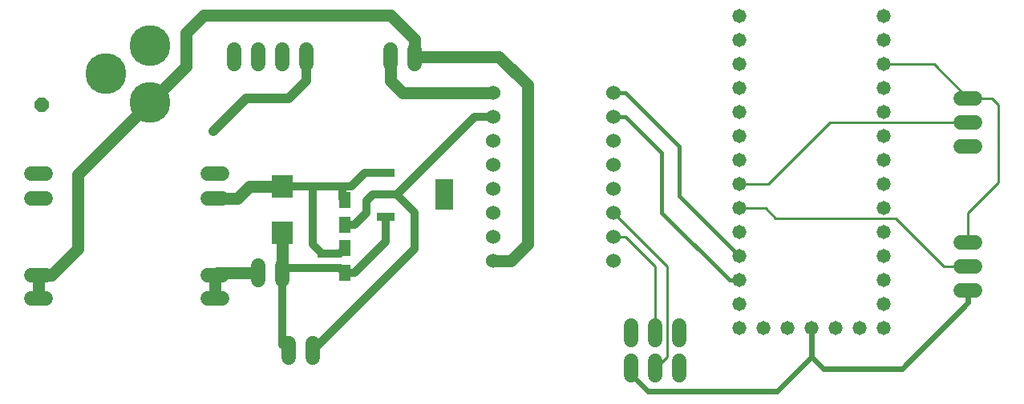
<source format=gbr>
G04 EAGLE Gerber RS-274X export*
G75*
%MOMM*%
%FSLAX34Y34*%
%LPD*%
%INTop Copper*%
%IPPOS*%
%AMOC8*
5,1,8,0,0,1.08239X$1,22.5*%
G01*
G04 Define Apertures*
%ADD10C,1.524000*%
%ADD11C,1.473200*%
%ADD12C,1.508000*%
%ADD13C,1.524000*%
%ADD14C,4.318000*%
%ADD15P,1.64956X8X22.5*%
%ADD16R,2.203600X2.368000*%
%ADD17R,0.970200X0.920900*%
%ADD18R,1.860300X0.897900*%
%ADD19R,1.860300X3.189100*%
%ADD20R,1.188700X1.795500*%
%ADD21C,1.270000*%
%ADD22C,0.609600*%
%ADD23C,0.812800*%
%ADD24C,1.056400*%
%ADD25C,1.016000*%
%ADD26C,0.406400*%
%ADD27C,0.254000*%
D10*
X1047750Y723900D03*
X1047750Y749300D03*
X1047750Y774700D03*
X1047750Y800100D03*
X1047750Y825500D03*
X1047750Y850900D03*
X1047750Y876300D03*
X1047750Y901700D03*
X920750Y901700D03*
X920750Y876300D03*
X920750Y850900D03*
X920750Y825500D03*
X920750Y800100D03*
X920750Y774700D03*
X920750Y749300D03*
X920750Y723900D03*
D11*
X1181100Y982474D03*
X1181100Y957074D03*
X1181100Y931674D03*
X1181100Y906274D03*
X1181100Y880874D03*
X1181100Y855474D03*
X1181100Y830074D03*
X1181100Y804674D03*
X1181100Y779274D03*
X1181100Y753874D03*
X1181100Y728474D03*
X1181100Y703074D03*
X1181100Y677674D03*
X1181100Y652274D03*
X1206500Y652274D03*
X1231900Y652274D03*
X1257300Y652274D03*
X1282700Y652274D03*
X1308100Y652274D03*
X1333500Y652274D03*
X1333500Y677674D03*
X1333500Y703074D03*
X1333500Y728474D03*
X1333500Y753874D03*
X1333500Y779274D03*
X1333500Y804674D03*
X1333500Y830074D03*
X1333500Y855474D03*
X1333500Y880874D03*
X1333500Y906274D03*
X1333500Y931674D03*
X1333500Y957074D03*
X1333500Y982474D03*
D12*
X448535Y815961D02*
X433455Y815961D01*
X619280Y815954D02*
X634360Y815954D01*
X448490Y789932D02*
X433410Y789932D01*
X619310Y790132D02*
X634390Y790132D01*
X448490Y708568D02*
X433410Y708568D01*
X619410Y708568D02*
X634490Y708568D01*
X448536Y683776D02*
X433456Y683776D01*
X619484Y684073D02*
X634564Y684073D01*
D13*
X698500Y703580D02*
X698500Y718820D01*
X673100Y718820D02*
X673100Y703580D01*
D14*
X558800Y891700D03*
X558800Y951700D03*
X511800Y921700D03*
D13*
X673100Y932180D02*
X673100Y947420D01*
X698500Y947420D02*
X698500Y932180D01*
X723900Y932180D02*
X723900Y947420D01*
X647700Y947420D02*
X647700Y932180D01*
X1414780Y692150D02*
X1430020Y692150D01*
X1430020Y717550D02*
X1414780Y717550D01*
X1414780Y742950D02*
X1430020Y742950D01*
X812800Y932180D02*
X812800Y947420D01*
X838200Y947420D02*
X838200Y932180D01*
D15*
X444500Y889000D03*
D13*
X1414780Y844550D02*
X1430020Y844550D01*
X1430020Y869950D02*
X1414780Y869950D01*
X1414780Y895350D02*
X1430020Y895350D01*
D16*
X698500Y753314D03*
X698500Y802738D03*
D17*
X739877Y716154D03*
X739877Y731646D03*
D18*
X807450Y816750D03*
X807450Y793750D03*
X807450Y770750D03*
D19*
X868950Y793750D03*
D20*
X764185Y710801D03*
X764185Y736999D03*
X764185Y761601D03*
X764185Y787799D03*
D13*
X704850Y636270D02*
X704850Y621030D01*
X730250Y621030D02*
X730250Y636270D01*
X1066800Y640080D02*
X1066800Y655320D01*
X1092200Y655320D02*
X1092200Y640080D01*
X1117600Y640080D02*
X1117600Y655320D01*
X1066800Y617982D02*
X1066800Y602742D01*
X1092200Y602742D02*
X1092200Y617982D01*
X1117600Y617982D02*
X1117600Y602742D01*
D21*
X650432Y790132D02*
X626850Y790132D01*
X650432Y790132D02*
X663038Y802738D01*
X698500Y802738D01*
X812800Y914400D02*
X812800Y939800D01*
X812800Y914400D02*
X825500Y901700D01*
X920750Y901700D01*
D22*
X1066800Y610362D02*
X1066800Y603250D01*
X1084580Y585470D01*
X1220470Y585470D01*
X1257300Y622300D01*
X1257300Y652274D01*
X1257300Y622300D02*
X1270000Y609600D01*
X1352550Y609600D01*
X1422400Y679450D01*
X1422400Y692150D01*
D23*
X730250Y802738D02*
X698500Y802738D01*
X730250Y802738D02*
X762000Y802738D01*
X770988Y802738D01*
X785000Y816750D01*
X807450Y816750D01*
X764185Y736999D02*
X758832Y731646D01*
X739877Y731646D01*
X730250Y741273D01*
X730250Y802738D01*
X762000Y789984D02*
X764185Y787799D01*
X762000Y789984D02*
X762000Y802738D01*
D24*
X625747Y860697D03*
D25*
X660400Y895350D01*
X704850Y895350D01*
X723900Y914400D01*
X723900Y939800D01*
D26*
X1047750Y876300D02*
X1060450Y876300D01*
X1098550Y838200D01*
X1098550Y774700D01*
X1170176Y703074D01*
X1181100Y703074D01*
X1181100Y728474D02*
X1117600Y791974D01*
X1117600Y844550D01*
X1060450Y901700D01*
X1047750Y901700D01*
D27*
X1346200Y768350D02*
X1397000Y717550D01*
X1346200Y768350D02*
X1219200Y768350D01*
X1208276Y779274D01*
X1181100Y779274D01*
X1397000Y717550D02*
X1422400Y717550D01*
X1422400Y895350D02*
X1386076Y931674D01*
X1333500Y931674D01*
X1422400Y774700D02*
X1422400Y742950D01*
X1422400Y774700D02*
X1454150Y806450D01*
X1454150Y889000D01*
X1447800Y895350D01*
X1422400Y895350D01*
D23*
X764584Y762000D02*
X764185Y761601D01*
X764584Y762000D02*
X774700Y762000D01*
X787400Y774700D01*
X787400Y787400D01*
X793750Y793750D01*
X838200Y736600D02*
X730250Y628650D01*
X838200Y736600D02*
X838200Y774700D01*
X819150Y793750D01*
X807450Y793750D02*
X793750Y793750D01*
X807450Y793750D02*
X819150Y793750D01*
X901700Y876300D01*
X920750Y876300D01*
D21*
X627024Y684073D02*
X626950Y684147D01*
X626950Y708568D01*
X629582Y711200D01*
X673100Y711200D01*
X558800Y891700D02*
X482600Y815500D01*
X482600Y736600D01*
X454568Y708568D01*
X440950Y708568D01*
X440950Y683822D01*
X440996Y683776D01*
X558800Y891700D02*
X596900Y929800D01*
X596900Y965200D01*
X615190Y983490D01*
X812800Y983490D01*
X838200Y958090D01*
X838200Y939800D01*
X927100Y939800D01*
X920750Y723900D02*
X939800Y723900D01*
X957072Y909828D02*
X927100Y939800D01*
X957072Y909828D02*
X957072Y741172D01*
X939800Y723900D01*
X698500Y711200D02*
X698500Y753314D01*
D23*
X698500Y711200D02*
X698500Y635000D01*
X704850Y628650D01*
X698500Y711200D02*
X703454Y716154D01*
X739877Y716154D01*
X758832Y716154D01*
X764185Y710801D01*
X764584Y711200D01*
X774700Y711200D01*
X807450Y743950D01*
X807450Y770750D01*
D27*
X1181100Y804674D02*
X1211074Y804674D01*
X1276350Y869950D01*
X1422400Y869950D01*
X1060450Y749300D02*
X1047750Y749300D01*
X1060450Y749300D02*
X1092200Y717550D01*
X1092200Y647700D01*
X1104900Y717550D02*
X1047750Y774700D01*
X1104900Y717550D02*
X1104900Y622300D01*
X1092962Y610362D01*
X1092200Y610362D01*
M02*

</source>
